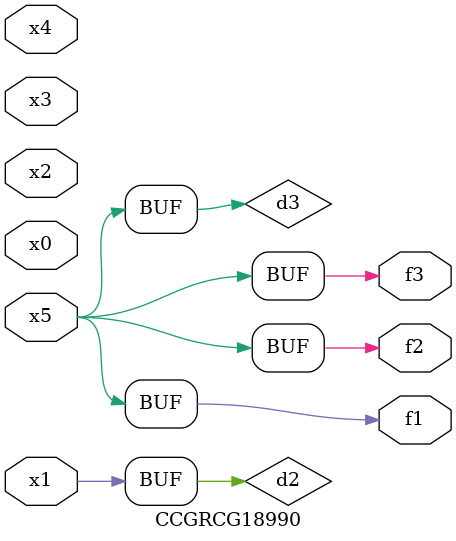
<source format=v>
module CCGRCG18990(
	input x0, x1, x2, x3, x4, x5,
	output f1, f2, f3
);

	wire d1, d2, d3;

	not (d1, x5);
	or (d2, x1);
	xnor (d3, d1);
	assign f1 = d3;
	assign f2 = d3;
	assign f3 = d3;
endmodule

</source>
